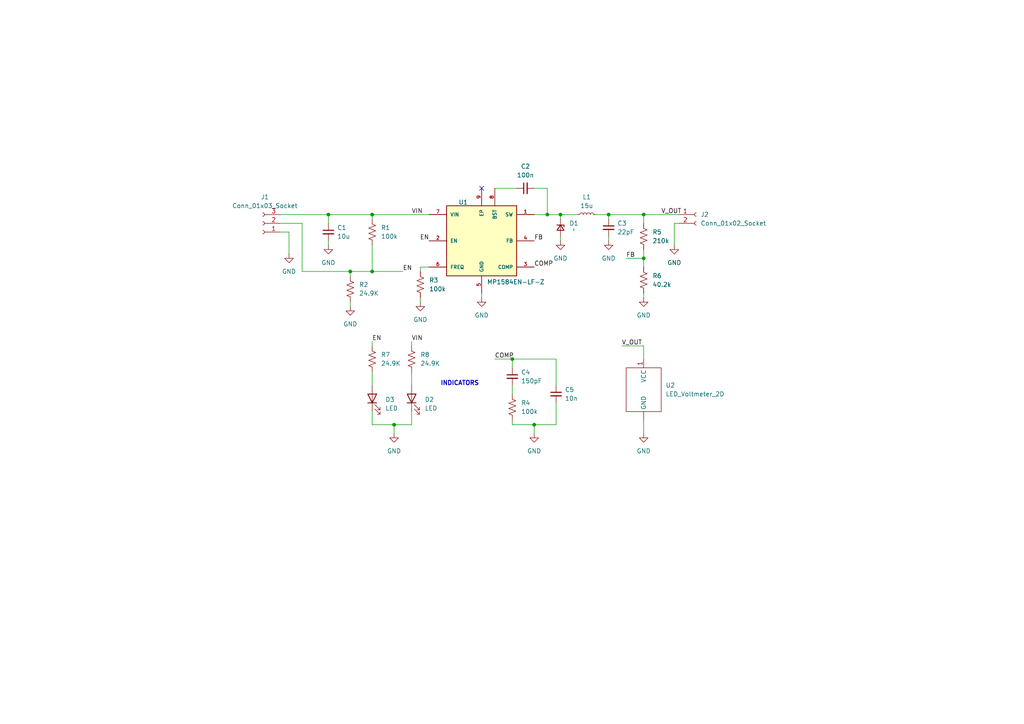
<source format=kicad_sch>
(kicad_sch (version 20250114) (generator "eeschema") (generator_version "9.0")
  (paper "A4")
  (title_block (title "BuckConverter") (date "2026-02-22") (rev "1.0.0") (company "ODARI-DESIGNS"))
  (lib_symbols
    (symbol "Connector:Conn_01x02_Socket" (pin_names (offset 1.016) (hide yes))
      (property "Reference" "J" (at 0 2.54 0))
      (property "Value" "Conn_01x02_Socket" (at 0 -5.08 0))
      (symbol "Conn_01x02_Socket_1_1"
        (polyline (pts (xy -1.27 0) (xy -0.508 0)) (stroke (width 0.1524)))
        (polyline (pts (xy -1.27 -2.54) (xy -0.508 -2.54)) (stroke (width 0.1524)))
        (arc (start 0 -0.508) (mid -0.5058 0) (end 0 0.508) (stroke (width 0.1524)))
        (arc (start 0 -3.048) (mid -0.5058 -2.54) (end 0 -2.032) (stroke (width 0.1524)))
        (pin passive line (at -5.08 0 0) (length 3.81) (name "Pin_1") (number "1"))
        (pin passive line (at -5.08 -2.54 0) (length 3.81) (name "Pin_2") (number "2"))
      )
    )
    (symbol "Connector:Conn_01x03_Socket" (pin_names (offset 1.016) (hide yes))
      (property "Reference" "J" (at 0 5.08 0))
      (property "Value" "Conn_01x03_Socket" (at 0 -5.08 0))
      (symbol "Conn_01x03_Socket_1_1"
        (polyline (pts (xy -1.27 2.54) (xy -0.508 2.54)) (stroke (width 0.1524)))
        (polyline (pts (xy -1.27 0) (xy -0.508 0)) (stroke (width 0.1524)))
        (polyline (pts (xy -1.27 -2.54) (xy -0.508 -2.54)) (stroke (width 0.1524)))
        (arc (start 0 2.032) (mid -0.5058 2.54) (end 0 3.048) (stroke (width 0.1524)))
        (arc (start 0 -0.508) (mid -0.5058 0) (end 0 0.508) (stroke (width 0.1524)))
        (arc (start 0 -3.048) (mid -0.5058 -2.54) (end 0 -2.032) (stroke (width 0.1524)))
        (pin passive line (at -5.08 2.54 0) (length 3.81) (name "Pin_1") (number "1"))
        (pin passive line (at -5.08 0 0) (length 3.81) (name "Pin_2") (number "2"))
        (pin passive line (at -5.08 -2.54 0) (length 3.81) (name "Pin_3") (number "3"))
      )
    )
    (symbol "Device:C_Small" (pin_numbers (hide yes)) (pin_names (offset 0.254) (hide yes))
      (property "Reference" "C" (at 0.254 1.778 0))
      (property "Value" "C_Small" (at 0.254 -2.032 0))
      (symbol "C_Small_0_1"
        (polyline (pts (xy -1.524 0.508) (xy 1.524 0.508)) (stroke (width 0.3048)))
        (polyline (pts (xy -1.524 -0.508) (xy 1.524 -0.508)) (stroke (width 0.3302)))
      )
      (symbol "C_Small_1_1"
        (pin passive line (at 0 2.54 270) (length 2.032) (name "~") (number "1"))
        (pin passive line (at 0 -2.54 90) (length 2.032) (name "~") (number "2"))
      )
    )
    (symbol "Device:D_Zener_Small" (pin_numbers (hide yes)) (pin_names (offset 0.254) (hide yes))
      (property "Reference" "D" (at 0 2.286 0))
      (property "Value" "D_Zener_Small" (at 0 -2.286 0))
      (symbol "D_Zener_Small_0_1"
        (polyline (pts (xy -0.254 1.016) (xy -0.762 1.016) (xy -0.762 -1.016)) (stroke (width 0.254)))
        (polyline (pts (xy 0.762 1.016) (xy -0.762 0) (xy 0.762 -1.016) (xy 0.762 1.016)) (stroke (width 0.254)))
        (polyline (pts (xy 0.762 0) (xy -0.762 0)))
      )
      (symbol "D_Zener_Small_1_1"
        (pin passive line (at -2.54 0 0) (length 1.778) (name "K") (number "1"))
        (pin passive line (at 2.54 0 180) (length 1.778) (name "A") (number "2"))
      )
    )
    (symbol "Device:LED" (pin_numbers (hide yes)) (pin_names (offset 1.016) (hide yes))
      (property "Reference" "D" (at 0 2.54 0))
      (property "Value" "LED" (at 0 -2.54 0))
      (symbol "LED_0_1"
        (polyline (pts (xy -3.048 -0.762) (xy -4.572 -2.286) (xy -3.81 -2.286) (xy -4.572 -2.286) (xy -4.572 -1.524)))
        (polyline (pts (xy -1.778 -0.762) (xy -3.302 -2.286) (xy -2.54 -2.286) (xy -3.302 -2.286) (xy -3.302 -1.524)))
        (polyline (pts (xy -1.27 0) (xy 1.27 0)))
        (polyline (pts (xy -1.27 -1.27) (xy -1.27 1.27)) (stroke (width 0.254)))
        (polyline (pts (xy 1.27 -1.27) (xy 1.27 1.27) (xy -1.27 0) (xy 1.27 -1.27)) (stroke (width 0.254)))
      )
      (symbol "LED_1_1"
        (pin passive line (at -3.81 0 0) (length 2.54) (name "K") (number "1"))
        (pin passive line (at 3.81 0 180) (length 2.54) (name "A") (number "2"))
      )
    )
    (symbol "Device:L_Small" (pin_numbers (hide yes)) (pin_names (offset 0.254) (hide yes))
      (property "Reference" "L" (at 0.762 1.016 0))
      (property "Value" "L_Small" (at 0.762 -1.016 0))
      (symbol "L_Small_0_1"
        (arc (start 0 2.032) (mid 0.5058 1.524) (end 0 1.016))
        (arc (start 0 1.016) (mid 0.5058 0.508) (end 0 0))
        (arc (start 0 0) (mid 0.5058 -0.508) (end 0 -1.016))
        (arc (start 0 -1.016) (mid 0.5058 -1.524) (end 0 -2.032))
      )
      (symbol "L_Small_1_1"
        (pin passive line (at 0 2.54 270) (length 0.508) (name "~") (number "1"))
        (pin passive line (at 0 -2.54 90) (length 0.508) (name "~") (number "2"))
      )
    )
    (symbol "Device:R_US" (pin_numbers (hide yes)) (pin_names (offset 0))
      (property "Reference" "R" (at 2.54 0 90))
      (property "Value" "R_US" (at -2.54 0 90))
      (symbol "R_US_0_1"
        (polyline (pts (xy 0 2.286) (xy 0 2.54)))
        (polyline (pts (xy 0 2.286) (xy 1.016 1.905) (xy 0 1.524) (xy -1.016 1.143) (xy 0 0.762)))
        (polyline (pts (xy 0 0.762) (xy 1.016 0.381) (xy 0 0) (xy -1.016 -0.381) (xy 0 -0.762)))
        (polyline (pts (xy 0 -0.762) (xy 1.016 -1.143) (xy 0 -1.524) (xy -1.016 -1.905) (xy 0 -2.286)))
        (polyline (pts (xy 0 -2.286) (xy 0 -2.54)))
      )
      (symbol "R_US_1_1"
        (pin passive line (at 0 3.81 270) (length 1.27) (name "~") (number "1"))
        (pin passive line (at 0 -3.81 90) (length 1.27) (name "~") (number "2"))
      )
    )
    (symbol "MP1584EN-LF-Z:MP1584EN-LF-Z" (pin_names (offset 1.016))
      (property "Reference" "U" (at -10.1897 10.9615 0))
      (property "Value" "MP1584EN-LF-Z" (at -10.1903 -12.7436 0))
      (symbol "MP1584EN-LF-Z_0_0"
        (rectangle (start -10.16 10.16) (end 10.16 -10.16) (stroke (width 0.254)) (fill (type background)))
        (pin input line (at -15.24 7.62 0) (length 5.08) (name "VIN") (number "7"))
        (pin input line (at -15.24 0 0) (length 5.08) (name "EN") (number "2"))
        (pin passive line (at -15.24 -7.62 0) (length 5.08) (name "FREQ") (number "6"))
        (pin power_in line (at 0 15.24 270) (length 5.08) (name "EP") (number "9"))
        (pin power_in line (at 0 -15.24 90) (length 5.08) (name "GND") (number "5"))
        (pin passive line (at 3.81 15.24 270) (length 5.08) (name "BST") (number "8"))
        (pin output line (at 15.24 7.62 180) (length 5.08) (name "SW") (number "1"))
        (pin input line (at 15.24 0 180) (length 5.08) (name "FB") (number "4"))
        (pin passive line (at 15.24 -7.62 180) (length 5.08) (name "COMP") (number "3"))
      )
    )
    (symbol "Meter_Display:LED_Voltmeter_2D"
      (property "Reference" "U" (at 0 0 0))
      (property "Value" "LED_Voltmeter_2D" (at 0 0 0))
      (symbol "LED_Voltmeter_2D_1_1"
        (rectangle (start -5.08 6.35) (end 5.08 -6.35))
        (pin power_in line (at 0 8.89 270) (length 2.54) (name "VCC") (number "1"))
        (pin power_in line (at 0 -8.89 90) (length 2.54) (name "GND") (number ""))
      )
    )
    (symbol "power:GND" (power) (pin_numbers (hide yes)) (pin_names (offset 0) (hide yes))
      (property "Value" "GND" (at 0 -3.81 0))
      (symbol "GND_0_1"
        (polyline (pts (xy 0 0) (xy 0 -1.27) (xy 1.27 -1.27) (xy 0 -2.54) (xy -1.27 -1.27) (xy 0 -1.27)))
      )
      (symbol "GND_1_1"
        (pin power_in line (at 0 0 270) (length 0) (name "~") (number "1"))
      )
    )
  )
  (text "INDICATORS" (at 133.35 111.252 0) (effects (font (size 1.27 1.27) (thickness 0.254) (bold yes))))
  (junction (at 95.25 62.23))
  (junction (at 162.56 62.23))
  (junction (at 114.3 123.19))
  (junction (at 148.59 104.14))
  (junction (at 107.95 78.74))
  (junction (at 154.94 123.19))
  (junction (at 107.95 62.23))
  (junction (at 186.69 74.93))
  (junction (at 176.53 62.23))
  (junction (at 101.6 78.74))
  (junction (at 158.75 62.23))
  (junction (at 186.69 62.23))
  (no_connect (at 139.7 54.61))
  (wire (pts (xy 172.72 62.23) (xy 176.53 62.23)))
  (wire (pts (xy 121.92 77.47) (xy 121.92 78.74)))
  (wire (pts (xy 107.95 71.12) (xy 107.95 78.74)))
  (wire (pts (xy 148.59 104.14) (xy 148.59 106.68)))
  (wire (pts (xy 95.25 69.85) (xy 95.25 71.12)))
  (wire (pts (xy 162.56 62.23) (xy 167.64 62.23)))
  (wire (pts (xy 121.92 77.47) (xy 124.46 77.47)))
  (wire (pts (xy 186.69 121.92) (xy 186.69 125.73)))
  (wire (pts (xy 181.61 74.93) (xy 186.69 74.93)))
  (wire (pts (xy 81.28 64.77) (xy 87.63 64.77)))
  (wire (pts (xy 176.53 62.23) (xy 176.53 63.5)))
  (wire (pts (xy 143.51 54.61) (xy 149.86 54.61)))
  (wire (pts (xy 161.29 104.14) (xy 161.29 111.76)))
  (wire (pts (xy 148.59 123.19) (xy 154.94 123.19)))
  (wire (pts (xy 154.94 54.61) (xy 158.75 54.61)))
  (wire (pts (xy 186.69 62.23) (xy 186.69 64.77)))
  (wire (pts (xy 119.38 119.38) (xy 119.38 123.19)))
  (wire (pts (xy 101.6 78.74) (xy 101.6 80.01)))
  (wire (pts (xy 186.69 62.23) (xy 196.85 62.23)))
  (wire (pts (xy 107.95 62.23) (xy 107.95 63.5)))
  (wire (pts (xy 87.63 64.77) (xy 87.63 78.74)))
  (wire (pts (xy 107.95 78.74) (xy 116.84 78.74)))
  (wire (pts (xy 186.69 74.93) (xy 186.69 77.47)))
  (wire (pts (xy 162.56 62.23) (xy 162.56 63.5)))
  (wire (pts (xy 87.63 78.74) (xy 101.6 78.74)))
  (wire (pts (xy 176.53 62.23) (xy 186.69 62.23)))
  (wire (pts (xy 158.75 54.61) (xy 158.75 62.23)))
  (wire (pts (xy 121.92 86.36) (xy 121.92 87.63)))
  (wire (pts (xy 148.59 121.92) (xy 148.59 123.19)))
  (wire (pts (xy 107.95 123.19) (xy 114.3 123.19)))
  (wire (pts (xy 101.6 78.74) (xy 107.95 78.74)))
  (wire (pts (xy 148.59 104.14) (xy 161.29 104.14)))
  (wire (pts (xy 119.38 107.95) (xy 119.38 111.76)))
  (wire (pts (xy 81.28 67.31) (xy 83.82 67.31)))
  (wire (pts (xy 107.95 107.95) (xy 107.95 111.76)))
  (wire (pts (xy 176.53 68.58) (xy 176.53 69.85)))
  (wire (pts (xy 161.29 116.84) (xy 161.29 123.19)))
  (wire (pts (xy 143.51 104.14) (xy 148.59 104.14)))
  (wire (pts (xy 162.56 68.58) (xy 162.56 69.85)))
  (wire (pts (xy 95.25 62.23) (xy 107.95 62.23)))
  (wire (pts (xy 186.69 85.09) (xy 186.69 86.36)))
  (wire (pts (xy 101.6 87.63) (xy 101.6 88.9)))
  (wire (pts (xy 195.58 64.77) (xy 196.85 64.77)))
  (wire (pts (xy 107.95 62.23) (xy 124.46 62.23)))
  (wire (pts (xy 148.59 111.76) (xy 148.59 114.3)))
  (wire (pts (xy 180.34 100.33) (xy 186.69 100.33)))
  (wire (pts (xy 81.28 62.23) (xy 95.25 62.23)))
  (wire (pts (xy 107.95 119.38) (xy 107.95 123.19)))
  (wire (pts (xy 114.3 123.19) (xy 119.38 123.19)))
  (wire (pts (xy 107.95 99.06) (xy 107.95 100.33)))
  (wire (pts (xy 158.75 62.23) (xy 162.56 62.23)))
  (wire (pts (xy 114.3 123.19) (xy 114.3 125.73)))
  (wire (pts (xy 195.58 64.77) (xy 195.58 71.12)))
  (wire (pts (xy 186.69 100.33) (xy 186.69 104.14)))
  (wire (pts (xy 154.94 123.19) (xy 154.94 125.73)))
  (wire (pts (xy 154.94 123.19) (xy 161.29 123.19)))
  (wire (pts (xy 83.82 67.31) (xy 83.82 73.66)))
  (wire (pts (xy 154.94 62.23) (xy 158.75 62.23)))
  (wire (pts (xy 186.69 72.39) (xy 186.69 74.93)))
  (wire (pts (xy 95.25 62.23) (xy 95.25 64.77)))
  (wire (pts (xy 139.7 85.09) (xy 139.7 86.36)))
  (wire (pts (xy 119.38 99.06) (xy 119.38 100.33)))
  (label "EN" (at 124.46 69.85 180))
  (label "V_OUT" (at 191.77 62.23 0) (effects (font (thickness 0.1588))))
  (label "EN" (at 116.84 78.74 0))
  (label "EN" (at 107.95 99.06 0))
  (label "FB" (at 154.94 69.85 0))
  (label "V_OUT" (at 180.34 100.33 0) (effects (font (thickness 0.1588))))
  (label "FB" (at 181.61 74.93 0))
  (label "VIN" (at 119.38 62.23 0))
  (label "COMP" (at 143.51 104.14 0))
  (label "COMP" (at 154.94 77.47 0))
  (label "VIN" (at 119.38 99.06 0))
  (symbol (lib_id "Device:D_Zener_Small") (at 162.56 66.04 270) (unit 1)
    (property "Reference" "D1" (at 165.1 64.7699 90) (effects (justify left)))
    (property "Value" "~" (at 166.37 66.04 0) (effects (justify left)))
    (property "Description" "Zener diode, small symbol" (effects (hide yes)))
  )
  (symbol (lib_id "power:GND") (at 101.6 88.9 0) (unit 1)
    (property "Reference" "#PWR02" (effects (hide yes)))
    (property "Value" "GND" (at 101.6 93.98 0))
    (property "Description" "Power symbol creates a global label with name \"GND\" , ground" (effects (hide yes)))
  )
  (symbol (lib_id "Device:C_Small") (at 152.4 54.61 90) (unit 1)
    (property "Reference" "C2" (at 152.4063 48.26 90))
    (property "Value" "100n" (at 152.4063 50.8 90))
    (property "Description" "Unpolarized capacitor, small symbol" (effects (hide yes)))
  )
  (symbol (lib_id "Device:R_US") (at 107.95 67.31 0) (unit 1)
    (property "Reference" "R1" (at 110.49 66.0399 0) (effects (justify left)))
    (property "Value" "100k" (at 110.49 68.5799 0) (effects (justify left)))
    (property "Footprint" "Resistor_SMD:R_0805_2012Metric" (effects (hide yes)))
    (property "Description" "Resistor, US symbol" (effects (hide yes)))
  )
  (symbol (lib_id "Connector:Conn_01x03_Socket") (at 76.2 64.77 180) (unit 1)
    (property "Reference" "J1" (at 76.835 57.15 0))
    (property "Value" "Conn_01x03_Socket" (at 76.835 59.69 0))
    (property "Description" "Generic connector, single row, 01x03, script generated" (effects (hide yes)))
  )
  (symbol (lib_id "Device:R_US") (at 121.92 82.55 0) (unit 1)
    (property "Reference" "R3" (at 124.46 81.2799 0) (effects (justify left)))
    (property "Value" "100k" (at 124.46 83.8199 0) (effects (justify left)))
    (property "Footprint" "Resistor_SMD:R_0805_2012Metric" (effects (hide yes)))
    (property "Description" "Resistor, US symbol" (effects (hide yes)))
  )
  (symbol (lib_id "power:GND") (at 95.25 71.12 0) (unit 1)
    (property "Reference" "#PWR01" (effects (hide yes)))
    (property "Value" "GND" (at 95.25 76.2 0))
    (property "Description" "Power symbol creates a global label with name \"GND\" , ground" (effects (hide yes)))
  )
  (symbol (lib_id "Device:C_Small") (at 148.59 109.22 0) (unit 1)
    (property "Reference" "C4" (at 151.13 107.9562 0) (effects (justify left)))
    (property "Value" "150pF" (at 151.13 110.4962 0) (effects (justify left)))
    (property "Description" "Unpolarized capacitor, small symbol" (effects (hide yes)))
  )
  (symbol (lib_id "Device:C_Small") (at 161.29 114.3 0) (unit 1)
    (property "Reference" "C5" (at 163.83 113.0362 0) (effects (justify left)))
    (property "Value" "10n" (at 163.83 115.5762 0) (effects (justify left)))
    (property "Description" "Unpolarized capacitor, small symbol" (effects (hide yes)))
  )
  (symbol (lib_id "power:GND") (at 154.94 125.73 0) (unit 1)
    (property "Reference" "#PWR07" (effects (hide yes)))
    (property "Value" "GND" (at 154.94 130.81 0))
    (property "Description" "Power symbol creates a global label with name \"GND\" , ground" (effects (hide yes)))
  )
  (symbol (lib_id "power:GND") (at 139.7 86.36 0) (unit 1)
    (property "Reference" "#PWR06" (effects (hide yes)))
    (property "Value" "GND" (at 139.7 91.44 0))
    (property "Description" "Power symbol creates a global label with name \"GND\" , ground" (effects (hide yes)))
  )
  (symbol (lib_id "Device:R_US") (at 186.69 81.28 0) (unit 1)
    (property "Reference" "R6" (at 189.23 80.0099 0) (effects (justify left)))
    (property "Value" "40.2k" (at 189.23 82.5499 0) (effects (justify left)))
    (property "Footprint" "Resistor_SMD:R_0805_2012Metric" (effects (hide yes)))
    (property "Description" "Resistor, US symbol" (effects (hide yes)))
  )
  (symbol (lib_id "power:GND") (at 176.53 69.85 0) (unit 1)
    (property "Reference" "#PWR05" (effects (hide yes)))
    (property "Value" "GND" (at 176.53 74.93 0))
    (property "Description" "Power symbol creates a global label with name \"GND\" , ground" (effects (hide yes)))
  )
  (symbol (lib_id "power:GND") (at 121.92 87.63 0) (unit 1)
    (property "Reference" "#PWR03" (effects (hide yes)))
    (property "Value" "GND" (at 121.92 92.71 0))
    (property "Description" "Power symbol creates a global label with name \"GND\" , ground" (effects (hide yes)))
  )
  (symbol (lib_id "Device:R_US") (at 119.38 104.14 0) (unit 1)
    (property "Reference" "R8" (at 121.92 102.8699 0) (effects (justify left)))
    (property "Value" "24.9K" (at 121.92 105.4099 0) (effects (justify left)))
    (property "Footprint" "Resistor_SMD:R_0805_2012Metric" (effects (hide yes)))
    (property "Description" "Resistor, US symbol" (effects (hide yes)))
  )
  (symbol (lib_id "power:GND") (at 186.69 86.36 0) (unit 1)
    (property "Reference" "#PWR08" (effects (hide yes)))
    (property "Value" "GND" (at 186.69 91.44 0))
    (property "Description" "Power symbol creates a global label with name \"GND\" , ground" (effects (hide yes)))
  )
  (symbol (lib_id "Device:C_Small") (at 176.53 66.04 0) (unit 1)
    (property "Reference" "C3" (at 179.07 64.7762 0) (effects (justify left)))
    (property "Value" "22pF" (at 179.07 67.3162 0) (effects (justify left)))
    (property "Description" "Unpolarized capacitor, small symbol" (effects (hide yes)))
  )
  (symbol (lib_id "power:GND") (at 114.3 125.73 0) (unit 1)
    (property "Reference" "#PWR09" (effects (hide yes)))
    (property "Value" "GND" (at 114.3 130.81 0))
    (property "Description" "Power symbol creates a global label with name \"GND\" , ground" (effects (hide yes)))
  )
  (symbol (lib_id "power:GND") (at 162.56 69.85 0) (unit 1)
    (property "Reference" "#PWR04" (effects (hide yes)))
    (property "Value" "GND" (at 162.56 74.93 0))
    (property "Description" "Power symbol creates a global label with name \"GND\" , ground" (effects (hide yes)))
  )
  (symbol (lib_id "power:GND") (at 195.58 71.12 0) (unit 1)
    (property "Reference" "#PWR011" (effects (hide yes)))
    (property "Value" "GND" (at 195.58 76.2 0))
    (property "Description" "Power symbol creates a global label with name \"GND\" , ground" (effects (hide yes)))
  )
  (symbol (lib_id "Device:LED") (at 107.95 115.57 90) (unit 1)
    (property "Reference" "D3" (at 111.76 115.8874 90) (effects (justify right)))
    (property "Value" "LED" (at 111.76 118.4274 90) (effects (justify right)))
    (property "Description" "Light emitting diode" (effects (hide yes)))
    (property "Sim.Pins" "1=K 2=A" (effects (hide yes)))
  )
  (symbol (lib_id "Device:L_Small") (at 170.18 62.23 90) (unit 1)
    (property "Reference" "L1" (at 170.18 57.15 90))
    (property "Value" "15u" (at 170.18 59.69 90))
    (property "Description" "Inductor, small symbol" (effects (hide yes)))
  )
  (symbol (lib_id "MP1584EN-LF-Z:MP1584EN-LF-Z") (at 139.7 69.85 0) (unit 1)
    (property "Reference" "U1" (at 134.366 58.674 0))
    (property "Value" "MP1584EN-LF-Z" (at 149.606 81.788 0))
    (property "Footprint" "MP1584EN-LF-Z:SOIC127P600X170-9N" (effects (hide yes)))
    (property "STANDARD" "IPC-7351B" (effects (hide yes)))
    (property "PACKAGE" "SOIC-8" (effects (hide yes)))
    (property "PRICE" "2.72 USD" (effects (hide yes)))
    (property "MANUFACTURER" "Monolithic Power Systems" (effects (hide yes)))
  )
  (symbol (lib_id "Device:LED") (at 119.38 115.57 90) (unit 1)
    (property "Reference" "D2" (at 123.19 115.8874 90) (effects (justify right)))
    (property "Value" "LED" (at 123.19 118.4274 90) (effects (justify right)))
    (property "Description" "Light emitting diode" (effects (hide yes)))
    (property "Sim.Pins" "1=K 2=A" (effects (hide yes)))
  )
  (symbol (lib_id "power:GND") (at 83.82 73.66 0) (unit 1)
    (property "Reference" "#PWR010" (effects (hide yes)))
    (property "Value" "GND" (at 83.82 78.74 0))
    (property "Description" "Power symbol creates a global label with name \"GND\" , ground" (effects (hide yes)))
  )
  (symbol (lib_id "Device:R_US") (at 101.6 83.82 0) (unit 1)
    (property "Reference" "R2" (at 104.14 82.5499 0) (effects (justify left)))
    (property "Value" "24.9K" (at 104.14 85.0899 0) (effects (justify left)))
    (property "Footprint" "Resistor_SMD:R_0805_2012Metric" (effects (hide yes)))
    (property "Description" "Resistor, US symbol" (effects (hide yes)))
  )
  (symbol (lib_id "Device:R_US") (at 107.95 104.14 0) (unit 1)
    (property "Reference" "R7" (at 110.49 102.8699 0) (effects (justify left)))
    (property "Value" "24.9K" (at 110.49 105.4099 0) (effects (justify left)))
    (property "Footprint" "Resistor_SMD:R_0805_2012Metric" (effects (hide yes)))
    (property "Description" "Resistor, US symbol" (effects (hide yes)))
  )
  (symbol (lib_id "Device:R_US") (at 148.59 118.11 0) (unit 1)
    (property "Reference" "R4" (at 151.13 116.8399 0) (effects (justify left)))
    (property "Value" "100k" (at 151.13 119.3799 0) (effects (justify left)))
    (property "Footprint" "Resistor_SMD:R_0805_2012Metric" (effects (hide yes)))
    (property "Description" "Resistor, US symbol" (effects (hide yes)))
  )
  (symbol (lib_id "Meter_Display:LED_Voltmeter_2D") (at 186.69 113.03 0) (unit 1)
    (property "Reference" "U2" (at 193.04 111.7599 0) (effects (justify left)))
    (property "Value" "LED_Voltmeter_2D" (at 193.04 114.2999 0) (effects (justify left)))
    (property "Footprint" "Meter_Display_Footprints:LED_Voltmeter_2D_2Pin" (effects (hide yes)))
  )
  (symbol (lib_id "power:GND") (at 186.69 125.73 0) (unit 1)
    (property "Reference" "#PWR012" (effects (hide yes)))
    (property "Value" "GND" (at 186.69 130.81 0))
    (property "Description" "Power symbol creates a global label with name \"GND\" , ground" (effects (hide yes)))
  )
  (symbol (lib_id "Device:R_US") (at 186.69 68.58 0) (unit 1)
    (property "Reference" "R5" (at 189.23 67.3099 0) (effects (justify left)))
    (property "Value" "210k" (at 189.23 69.8499 0) (effects (justify left)))
    (property "Footprint" "Resistor_SMD:R_0805_2012Metric" (effects (hide yes)))
    (property "Description" "Resistor, US symbol" (effects (hide yes)))
  )
  (symbol (lib_id "Connector:Conn_01x02_Socket") (at 201.93 62.23 0) (unit 1)
    (property "Reference" "J2" (at 203.2 62.2299 0) (effects (justify left)))
    (property "Value" "Conn_01x02_Socket" (at 203.2 64.7699 0) (effects (justify left)))
    (property "Description" "Generic connector, single row, 01x02, script generated" (effects (hide yes)))
  )
  (symbol (lib_id "Device:C_Small") (at 95.25 67.31 0) (unit 1)
    (property "Reference" "C1" (at 97.79 66.0462 0) (effects (justify left)))
    (property "Value" "10u" (at 97.79 68.5862 0) (effects (justify left)))
    (property "Description" "Unpolarized capacitor, small symbol" (effects (hide yes)))
  )
)
</source>
